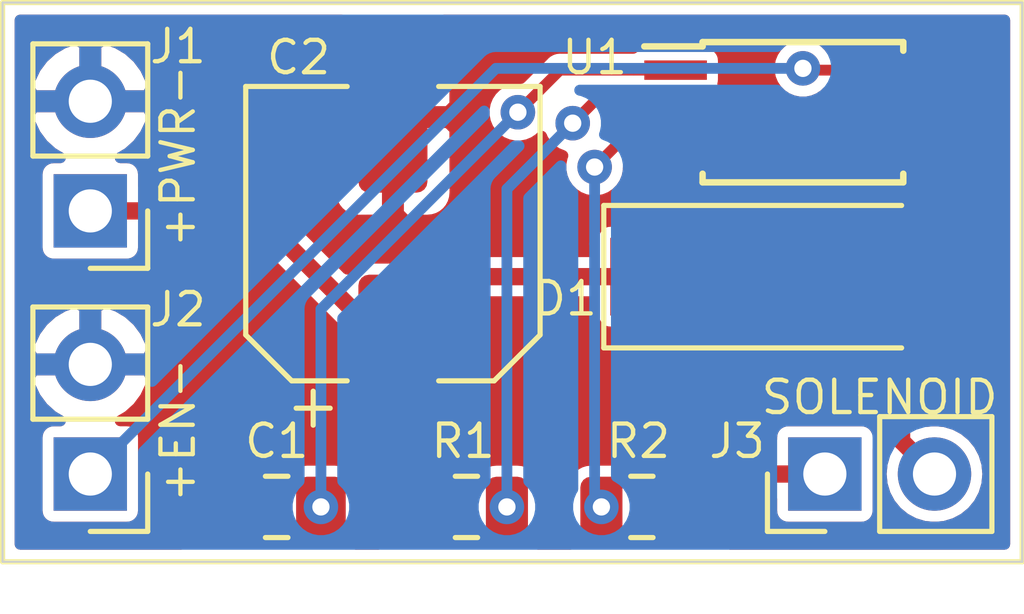
<source format=kicad_pcb>
(kicad_pcb (version 20171130) (host pcbnew "(5.1.4)-1")

  (general
    (thickness 1.6)
    (drawings 8)
    (tracks 42)
    (zones 0)
    (modules 9)
    (nets 8)
  )

  (page A4)
  (layers
    (0 F.Cu signal)
    (31 B.Cu signal)
    (32 B.Adhes user)
    (33 F.Adhes user)
    (34 B.Paste user)
    (35 F.Paste user)
    (36 B.SilkS user)
    (37 F.SilkS user)
    (38 B.Mask user)
    (39 F.Mask user)
    (40 Dwgs.User user)
    (41 Cmts.User user)
    (42 Eco1.User user)
    (43 Eco2.User user)
    (44 Edge.Cuts user)
    (45 Margin user)
    (46 B.CrtYd user)
    (47 F.CrtYd user)
    (48 B.Fab user)
    (49 F.Fab user)
  )

  (setup
    (last_trace_width 0.25)
    (user_trace_width 0.35)
    (user_trace_width 0.4)
    (user_trace_width 0.5)
    (user_trace_width 0.75)
    (user_trace_width 1)
    (trace_clearance 0.2)
    (zone_clearance 0.254)
    (zone_45_only no)
    (trace_min 0.2)
    (via_size 0.8)
    (via_drill 0.4)
    (via_min_size 0.4)
    (via_min_drill 0.3)
    (uvia_size 0.3)
    (uvia_drill 0.1)
    (uvias_allowed no)
    (uvia_min_size 0.2)
    (uvia_min_drill 0.1)
    (edge_width 0.05)
    (segment_width 0.2)
    (pcb_text_width 0.3)
    (pcb_text_size 1.5 1.5)
    (mod_edge_width 0.12)
    (mod_text_size 1 1)
    (mod_text_width 0.15)
    (pad_size 1.524 1.524)
    (pad_drill 0.762)
    (pad_to_mask_clearance 0.051)
    (solder_mask_min_width 0.25)
    (aux_axis_origin 0 0)
    (visible_elements 7FFFFFFF)
    (pcbplotparams
      (layerselection 0x010f0_ffffffff)
      (usegerberextensions true)
      (usegerberattributes false)
      (usegerberadvancedattributes false)
      (creategerberjobfile false)
      (excludeedgelayer true)
      (linewidth 0.100000)
      (plotframeref false)
      (viasonmask false)
      (mode 1)
      (useauxorigin false)
      (hpglpennumber 1)
      (hpglpenspeed 20)
      (hpglpendiameter 15.000000)
      (psnegative false)
      (psa4output false)
      (plotreference true)
      (plotvalue true)
      (plotinvisibletext false)
      (padsonsilk false)
      (subtractmaskfromsilk false)
      (outputformat 1)
      (mirror false)
      (drillshape 0)
      (scaleselection 1)
      (outputdirectory "gerber/"))
  )

  (net 0 "")
  (net 1 GND)
  (net 2 "Net-(C1-Pad1)")
  (net 3 "Net-(C2-Pad1)")
  (net 4 "Net-(D1-Pad2)")
  (net 5 /Enable)
  (net 6 "Net-(R1-Pad1)")
  (net 7 "Net-(R2-Pad1)")

  (net_class Default "This is the default net class."
    (clearance 0.2)
    (trace_width 0.25)
    (via_dia 0.8)
    (via_drill 0.4)
    (uvia_dia 0.3)
    (uvia_drill 0.1)
    (add_net /Enable)
    (add_net GND)
    (add_net "Net-(C1-Pad1)")
    (add_net "Net-(C2-Pad1)")
    (add_net "Net-(D1-Pad2)")
    (add_net "Net-(R1-Pad1)")
    (add_net "Net-(R2-Pad1)")
  )

  (module Package_SO:TSSOP-8_4.4x3mm_P0.65mm (layer F.Cu) (tedit 5A02F25C) (tstamp 5E6EBC92)
    (at 152.654 99.314)
    (descr "8-Lead Plastic Thin Shrink Small Outline (ST)-4.4 mm Body [TSSOP] (see Microchip Packaging Specification 00000049BS.pdf)")
    (tags "SSOP 0.65")
    (path /5E545EF0)
    (attr smd)
    (fp_text reference U1 (at -4.826 -1.27 180) (layer F.SilkS)
      (effects (font (size 0.75 0.75) (thickness 0.1)))
    )
    (fp_text value drv120 (at 0 3.4) (layer F.Fab)
      (effects (font (size 1 1) (thickness 0.15)))
    )
    (fp_text user %R (at 0 0) (layer F.Fab)
      (effects (font (size 0.98 0.98) (thickness 0.15)))
    )
    (fp_line (start -2.325 -1.525) (end -3.675 -1.525) (layer F.SilkS) (width 0.15))
    (fp_line (start -2.325 1.625) (end 2.325 1.625) (layer F.SilkS) (width 0.15))
    (fp_line (start -2.325 -1.625) (end 2.325 -1.625) (layer F.SilkS) (width 0.15))
    (fp_line (start -2.325 1.625) (end -2.325 1.425) (layer F.SilkS) (width 0.15))
    (fp_line (start 2.325 1.625) (end 2.325 1.425) (layer F.SilkS) (width 0.15))
    (fp_line (start 2.325 -1.625) (end 2.325 -1.425) (layer F.SilkS) (width 0.15))
    (fp_line (start -2.325 -1.625) (end -2.325 -1.525) (layer F.SilkS) (width 0.15))
    (fp_line (start -3.95 1.8) (end 3.95 1.8) (layer F.CrtYd) (width 0.05))
    (fp_line (start -3.95 -1.8) (end 3.95 -1.8) (layer F.CrtYd) (width 0.05))
    (fp_line (start 3.95 -1.8) (end 3.95 1.8) (layer F.CrtYd) (width 0.05))
    (fp_line (start -3.95 -1.8) (end -3.95 1.8) (layer F.CrtYd) (width 0.05))
    (fp_line (start -2.2 -0.5) (end -1.2 -1.5) (layer F.Fab) (width 0.15))
    (fp_line (start -2.2 1.5) (end -2.2 -0.5) (layer F.Fab) (width 0.15))
    (fp_line (start 2.2 1.5) (end -2.2 1.5) (layer F.Fab) (width 0.15))
    (fp_line (start 2.2 -1.5) (end 2.2 1.5) (layer F.Fab) (width 0.15))
    (fp_line (start -1.2 -1.5) (end 2.2 -1.5) (layer F.Fab) (width 0.15))
    (pad 8 smd rect (at 2.95 -0.975) (size 1.45 0.45) (layers F.Cu F.Paste F.Mask)
      (net 5 /Enable))
    (pad 7 smd rect (at 2.95 -0.325) (size 1.45 0.45) (layers F.Cu F.Paste F.Mask)
      (net 4 "Net-(D1-Pad2)"))
    (pad 6 smd rect (at 2.95 0.325) (size 1.45 0.45) (layers F.Cu F.Paste F.Mask))
    (pad 5 smd rect (at 2.95 0.975) (size 1.45 0.45) (layers F.Cu F.Paste F.Mask)
      (net 1 GND))
    (pad 4 smd rect (at -2.95 0.975) (size 1.45 0.45) (layers F.Cu F.Paste F.Mask)
      (net 3 "Net-(C2-Pad1)"))
    (pad 3 smd rect (at -2.95 0.325) (size 1.45 0.45) (layers F.Cu F.Paste F.Mask)
      (net 7 "Net-(R2-Pad1)"))
    (pad 2 smd rect (at -2.95 -0.325) (size 1.45 0.45) (layers F.Cu F.Paste F.Mask)
      (net 6 "Net-(R1-Pad1)"))
    (pad 1 smd rect (at -2.95 -0.975) (size 1.45 0.45) (layers F.Cu F.Paste F.Mask)
      (net 2 "Net-(C1-Pad1)"))
    (model ${KISYS3DMOD}/Package_SO.3dshapes/TSSOP-8_4.4x3mm_P0.65mm.wrl
      (at (xyz 0 0 0))
      (scale (xyz 1 1 1))
      (rotate (xyz 0 0 0))
    )
  )

  (module Capacitor_SMD:C_0805_2012Metric_Pad1.15x1.40mm_HandSolder (layer F.Cu) (tedit 5B36C52B) (tstamp 5E6EC64B)
    (at 140.462 108.458 180)
    (descr "Capacitor SMD 0805 (2012 Metric), square (rectangular) end terminal, IPC_7351 nominal with elongated pad for handsoldering. (Body size source: https://docs.google.com/spreadsheets/d/1BsfQQcO9C6DZCsRaXUlFlo91Tg2WpOkGARC1WS5S8t0/edit?usp=sharing), generated with kicad-footprint-generator")
    (tags "capacitor handsolder")
    (path /5E54779D)
    (attr smd)
    (fp_text reference C1 (at 0 1.524) (layer F.SilkS)
      (effects (font (size 0.75 0.75) (thickness 0.1)))
    )
    (fp_text value 1u (at 0 1.65) (layer F.Fab)
      (effects (font (size 1 1) (thickness 0.15)))
    )
    (fp_text user %R (at 0 0) (layer F.Fab)
      (effects (font (size 0.5 0.5) (thickness 0.08)))
    )
    (fp_line (start 1.85 0.95) (end -1.85 0.95) (layer F.CrtYd) (width 0.05))
    (fp_line (start 1.85 -0.95) (end 1.85 0.95) (layer F.CrtYd) (width 0.05))
    (fp_line (start -1.85 -0.95) (end 1.85 -0.95) (layer F.CrtYd) (width 0.05))
    (fp_line (start -1.85 0.95) (end -1.85 -0.95) (layer F.CrtYd) (width 0.05))
    (fp_line (start -0.261252 0.71) (end 0.261252 0.71) (layer F.SilkS) (width 0.12))
    (fp_line (start -0.261252 -0.71) (end 0.261252 -0.71) (layer F.SilkS) (width 0.12))
    (fp_line (start 1 0.6) (end -1 0.6) (layer F.Fab) (width 0.1))
    (fp_line (start 1 -0.6) (end 1 0.6) (layer F.Fab) (width 0.1))
    (fp_line (start -1 -0.6) (end 1 -0.6) (layer F.Fab) (width 0.1))
    (fp_line (start -1 0.6) (end -1 -0.6) (layer F.Fab) (width 0.1))
    (pad 2 smd roundrect (at 1.025 0 180) (size 1.15 1.4) (layers F.Cu F.Paste F.Mask) (roundrect_rratio 0.217391)
      (net 1 GND))
    (pad 1 smd roundrect (at -1.025 0 180) (size 1.15 1.4) (layers F.Cu F.Paste F.Mask) (roundrect_rratio 0.217391)
      (net 2 "Net-(C1-Pad1)"))
    (model ${KISYS3DMOD}/Capacitor_SMD.3dshapes/C_0805_2012Metric.wrl
      (at (xyz 0 0 0))
      (scale (xyz 1 1 1))
      (rotate (xyz 0 0 0))
    )
  )

  (module Resistor_SMD:R_0805_2012Metric (layer F.Cu) (tedit 5B36C52B) (tstamp 5E6EBC70)
    (at 148.9225 108.458)
    (descr "Resistor SMD 0805 (2012 Metric), square (rectangular) end terminal, IPC_7351 nominal, (Body size source: https://docs.google.com/spreadsheets/d/1BsfQQcO9C6DZCsRaXUlFlo91Tg2WpOkGARC1WS5S8t0/edit?usp=sharing), generated with kicad-footprint-generator")
    (tags resistor)
    (path /5E5483C4)
    (attr smd)
    (fp_text reference R2 (at -0.0785 -1.524) (layer F.SilkS)
      (effects (font (size 0.75 0.75) (thickness 0.1)))
    )
    (fp_text value 0 (at 0 1.65) (layer F.Fab)
      (effects (font (size 1 1) (thickness 0.15)))
    )
    (fp_text user %R (at 0 -0.0785) (layer F.Fab)
      (effects (font (size 0.5 0.5) (thickness 0.08)))
    )
    (fp_line (start 1.68 0.95) (end -1.68 0.95) (layer F.CrtYd) (width 0.05))
    (fp_line (start 1.68 -0.95) (end 1.68 0.95) (layer F.CrtYd) (width 0.05))
    (fp_line (start -1.68 -0.95) (end 1.68 -0.95) (layer F.CrtYd) (width 0.05))
    (fp_line (start -1.68 0.95) (end -1.68 -0.95) (layer F.CrtYd) (width 0.05))
    (fp_line (start -0.258578 0.71) (end 0.258578 0.71) (layer F.SilkS) (width 0.12))
    (fp_line (start -0.258578 -0.71) (end 0.258578 -0.71) (layer F.SilkS) (width 0.12))
    (fp_line (start 1 0.6) (end -1 0.6) (layer F.Fab) (width 0.1))
    (fp_line (start 1 -0.6) (end 1 0.6) (layer F.Fab) (width 0.1))
    (fp_line (start -1 -0.6) (end 1 -0.6) (layer F.Fab) (width 0.1))
    (fp_line (start -1 0.6) (end -1 -0.6) (layer F.Fab) (width 0.1))
    (pad 2 smd roundrect (at 0.9375 0) (size 0.975 1.4) (layers F.Cu F.Paste F.Mask) (roundrect_rratio 0.25)
      (net 1 GND))
    (pad 1 smd roundrect (at -0.9375 0) (size 0.975 1.4) (layers F.Cu F.Paste F.Mask) (roundrect_rratio 0.25)
      (net 7 "Net-(R2-Pad1)"))
    (model ${KISYS3DMOD}/Resistor_SMD.3dshapes/R_0805_2012Metric.wrl
      (at (xyz 0 0 0))
      (scale (xyz 1 1 1))
      (rotate (xyz 0 0 0))
    )
  )

  (module Resistor_SMD:R_0805_2012Metric (layer F.Cu) (tedit 5B36C52B) (tstamp 5E6EBC5F)
    (at 144.8585 108.458 180)
    (descr "Resistor SMD 0805 (2012 Metric), square (rectangular) end terminal, IPC_7351 nominal, (Body size source: https://docs.google.com/spreadsheets/d/1BsfQQcO9C6DZCsRaXUlFlo91Tg2WpOkGARC1WS5S8t0/edit?usp=sharing), generated with kicad-footprint-generator")
    (tags resistor)
    (path /5E547E93)
    (attr smd)
    (fp_text reference R1 (at 0.0785 1.524) (layer F.SilkS)
      (effects (font (size 0.75 0.75) (thickness 0.1)))
    )
    (fp_text value 0 (at 0 1.65) (layer F.Fab)
      (effects (font (size 1 1) (thickness 0.15)))
    )
    (fp_text user %R (at 0 0) (layer F.Fab)
      (effects (font (size 0.5 0.5) (thickness 0.08)))
    )
    (fp_line (start 1.68 0.95) (end -1.68 0.95) (layer F.CrtYd) (width 0.05))
    (fp_line (start 1.68 -0.95) (end 1.68 0.95) (layer F.CrtYd) (width 0.05))
    (fp_line (start -1.68 -0.95) (end 1.68 -0.95) (layer F.CrtYd) (width 0.05))
    (fp_line (start -1.68 0.95) (end -1.68 -0.95) (layer F.CrtYd) (width 0.05))
    (fp_line (start -0.258578 0.71) (end 0.258578 0.71) (layer F.SilkS) (width 0.12))
    (fp_line (start -0.258578 -0.71) (end 0.258578 -0.71) (layer F.SilkS) (width 0.12))
    (fp_line (start 1 0.6) (end -1 0.6) (layer F.Fab) (width 0.1))
    (fp_line (start 1 -0.6) (end 1 0.6) (layer F.Fab) (width 0.1))
    (fp_line (start -1 -0.6) (end 1 -0.6) (layer F.Fab) (width 0.1))
    (fp_line (start -1 0.6) (end -1 -0.6) (layer F.Fab) (width 0.1))
    (pad 2 smd roundrect (at 0.9375 0 180) (size 0.975 1.4) (layers F.Cu F.Paste F.Mask) (roundrect_rratio 0.25)
      (net 1 GND))
    (pad 1 smd roundrect (at -0.9375 0 180) (size 0.975 1.4) (layers F.Cu F.Paste F.Mask) (roundrect_rratio 0.25)
      (net 6 "Net-(R1-Pad1)"))
    (model ${KISYS3DMOD}/Resistor_SMD.3dshapes/R_0805_2012Metric.wrl
      (at (xyz 0 0 0))
      (scale (xyz 1 1 1))
      (rotate (xyz 0 0 0))
    )
  )

  (module Connector_PinHeader_2.54mm:PinHeader_1x02_P2.54mm_Vertical (layer F.Cu) (tedit 59FED5CC) (tstamp 5E6EBC4E)
    (at 153.162 107.696 90)
    (descr "Through hole straight pin header, 1x02, 2.54mm pitch, single row")
    (tags "Through hole pin header THT 1x02 2.54mm single row")
    (path /5E549C14)
    (fp_text reference J3 (at 0.762 -2.032 180) (layer F.SilkS)
      (effects (font (size 0.75 0.75) (thickness 0.1)))
    )
    (fp_text value SOLENOID (at 1.778 1.27 180) (layer F.SilkS)
      (effects (font (size 0.75 0.75) (thickness 0.1)))
    )
    (fp_text user %R (at 0 1.27) (layer F.Fab)
      (effects (font (size 1 1) (thickness 0.15)))
    )
    (fp_line (start 1.8 -1.8) (end -1.8 -1.8) (layer F.CrtYd) (width 0.05))
    (fp_line (start 1.8 4.35) (end 1.8 -1.8) (layer F.CrtYd) (width 0.05))
    (fp_line (start -1.8 4.35) (end 1.8 4.35) (layer F.CrtYd) (width 0.05))
    (fp_line (start -1.8 -1.8) (end -1.8 4.35) (layer F.CrtYd) (width 0.05))
    (fp_line (start -1.33 -1.33) (end 0 -1.33) (layer F.SilkS) (width 0.12))
    (fp_line (start -1.33 0) (end -1.33 -1.33) (layer F.SilkS) (width 0.12))
    (fp_line (start -1.33 1.27) (end 1.33 1.27) (layer F.SilkS) (width 0.12))
    (fp_line (start 1.33 1.27) (end 1.33 3.87) (layer F.SilkS) (width 0.12))
    (fp_line (start -1.33 1.27) (end -1.33 3.87) (layer F.SilkS) (width 0.12))
    (fp_line (start -1.33 3.87) (end 1.33 3.87) (layer F.SilkS) (width 0.12))
    (fp_line (start -1.27 -0.635) (end -0.635 -1.27) (layer F.Fab) (width 0.1))
    (fp_line (start -1.27 3.81) (end -1.27 -0.635) (layer F.Fab) (width 0.1))
    (fp_line (start 1.27 3.81) (end -1.27 3.81) (layer F.Fab) (width 0.1))
    (fp_line (start 1.27 -1.27) (end 1.27 3.81) (layer F.Fab) (width 0.1))
    (fp_line (start -0.635 -1.27) (end 1.27 -1.27) (layer F.Fab) (width 0.1))
    (pad 2 thru_hole oval (at 0 2.54 90) (size 1.7 1.7) (drill 1) (layers *.Cu *.Mask)
      (net 4 "Net-(D1-Pad2)"))
    (pad 1 thru_hole rect (at 0 0 90) (size 1.7 1.7) (drill 1) (layers *.Cu *.Mask)
      (net 3 "Net-(C2-Pad1)"))
    (model ${KISYS3DMOD}/Connector_PinHeader_2.54mm.3dshapes/PinHeader_1x02_P2.54mm_Vertical.wrl
      (at (xyz 0 0 0))
      (scale (xyz 1 1 1))
      (rotate (xyz 0 0 0))
    )
  )

  (module Connector_PinHeader_2.54mm:PinHeader_1x02_P2.54mm_Vertical (layer F.Cu) (tedit 59FED5CC) (tstamp 5E6EBC38)
    (at 136.144 107.696 180)
    (descr "Through hole straight pin header, 1x02, 2.54mm pitch, single row")
    (tags "Through hole pin header THT 1x02 2.54mm single row")
    (path /5E5522D2)
    (fp_text reference J2 (at -2.032 3.81 180) (layer F.SilkS)
      (effects (font (size 0.75 0.75) (thickness 0.1)))
    )
    (fp_text value +EN- (at -2.032 1.016 90) (layer F.SilkS)
      (effects (font (size 0.75 0.75) (thickness 0.1)))
    )
    (fp_text user %R (at 0 1.27 90) (layer F.Fab)
      (effects (font (size 1 1) (thickness 0.15)))
    )
    (fp_line (start 1.8 -1.8) (end -1.8 -1.8) (layer F.CrtYd) (width 0.05))
    (fp_line (start 1.8 4.35) (end 1.8 -1.8) (layer F.CrtYd) (width 0.05))
    (fp_line (start -1.8 4.35) (end 1.8 4.35) (layer F.CrtYd) (width 0.05))
    (fp_line (start -1.8 -1.8) (end -1.8 4.35) (layer F.CrtYd) (width 0.05))
    (fp_line (start -1.33 -1.33) (end 0 -1.33) (layer F.SilkS) (width 0.12))
    (fp_line (start -1.33 0) (end -1.33 -1.33) (layer F.SilkS) (width 0.12))
    (fp_line (start -1.33 1.27) (end 1.33 1.27) (layer F.SilkS) (width 0.12))
    (fp_line (start 1.33 1.27) (end 1.33 3.87) (layer F.SilkS) (width 0.12))
    (fp_line (start -1.33 1.27) (end -1.33 3.87) (layer F.SilkS) (width 0.12))
    (fp_line (start -1.33 3.87) (end 1.33 3.87) (layer F.SilkS) (width 0.12))
    (fp_line (start -1.27 -0.635) (end -0.635 -1.27) (layer F.Fab) (width 0.1))
    (fp_line (start -1.27 3.81) (end -1.27 -0.635) (layer F.Fab) (width 0.1))
    (fp_line (start 1.27 3.81) (end -1.27 3.81) (layer F.Fab) (width 0.1))
    (fp_line (start 1.27 -1.27) (end 1.27 3.81) (layer F.Fab) (width 0.1))
    (fp_line (start -0.635 -1.27) (end 1.27 -1.27) (layer F.Fab) (width 0.1))
    (pad 2 thru_hole oval (at 0 2.54 180) (size 1.7 1.7) (drill 1) (layers *.Cu *.Mask)
      (net 1 GND))
    (pad 1 thru_hole rect (at 0 0 180) (size 1.7 1.7) (drill 1) (layers *.Cu *.Mask)
      (net 5 /Enable))
    (model ${KISYS3DMOD}/Connector_PinHeader_2.54mm.3dshapes/PinHeader_1x02_P2.54mm_Vertical.wrl
      (at (xyz 0 0 0))
      (scale (xyz 1 1 1))
      (rotate (xyz 0 0 0))
    )
  )

  (module Connector_PinHeader_2.54mm:PinHeader_1x02_P2.54mm_Vertical (layer F.Cu) (tedit 59FED5CC) (tstamp 5E6EBC22)
    (at 136.144 101.6 180)
    (descr "Through hole straight pin header, 1x02, 2.54mm pitch, single row")
    (tags "Through hole pin header THT 1x02 2.54mm single row")
    (path /5E551684)
    (fp_text reference J1 (at -2.032 3.81 180) (layer F.SilkS)
      (effects (font (size 0.75 0.75) (thickness 0.1)))
    )
    (fp_text value +PWR- (at -2.032 1.27 90) (layer F.SilkS)
      (effects (font (size 0.75 0.75) (thickness 0.1)))
    )
    (fp_text user %R (at 0 1.27 90) (layer F.Fab)
      (effects (font (size 1 1) (thickness 0.15)))
    )
    (fp_line (start 1.8 -1.8) (end -1.8 -1.8) (layer F.CrtYd) (width 0.05))
    (fp_line (start 1.8 4.35) (end 1.8 -1.8) (layer F.CrtYd) (width 0.05))
    (fp_line (start -1.8 4.35) (end 1.8 4.35) (layer F.CrtYd) (width 0.05))
    (fp_line (start -1.8 -1.8) (end -1.8 4.35) (layer F.CrtYd) (width 0.05))
    (fp_line (start -1.33 -1.33) (end 0 -1.33) (layer F.SilkS) (width 0.12))
    (fp_line (start -1.33 0) (end -1.33 -1.33) (layer F.SilkS) (width 0.12))
    (fp_line (start -1.33 1.27) (end 1.33 1.27) (layer F.SilkS) (width 0.12))
    (fp_line (start 1.33 1.27) (end 1.33 3.87) (layer F.SilkS) (width 0.12))
    (fp_line (start -1.33 1.27) (end -1.33 3.87) (layer F.SilkS) (width 0.12))
    (fp_line (start -1.33 3.87) (end 1.33 3.87) (layer F.SilkS) (width 0.12))
    (fp_line (start -1.27 -0.635) (end -0.635 -1.27) (layer F.Fab) (width 0.1))
    (fp_line (start -1.27 3.81) (end -1.27 -0.635) (layer F.Fab) (width 0.1))
    (fp_line (start 1.27 3.81) (end -1.27 3.81) (layer F.Fab) (width 0.1))
    (fp_line (start 1.27 -1.27) (end 1.27 3.81) (layer F.Fab) (width 0.1))
    (fp_line (start -0.635 -1.27) (end 1.27 -1.27) (layer F.Fab) (width 0.1))
    (pad 2 thru_hole oval (at 0 2.54 180) (size 1.7 1.7) (drill 1) (layers *.Cu *.Mask)
      (net 1 GND))
    (pad 1 thru_hole rect (at 0 0 180) (size 1.7 1.7) (drill 1) (layers *.Cu *.Mask)
      (net 3 "Net-(C2-Pad1)"))
    (model ${KISYS3DMOD}/Connector_PinHeader_2.54mm.3dshapes/PinHeader_1x02_P2.54mm_Vertical.wrl
      (at (xyz 0 0 0))
      (scale (xyz 1 1 1))
      (rotate (xyz 0 0 0))
    )
  )

  (module Diode_SMD:D_SMA_Handsoldering (layer F.Cu) (tedit 58643398) (tstamp 5E6EDF69)
    (at 152.44 103.124)
    (descr "Diode SMA (DO-214AC) Handsoldering")
    (tags "Diode SMA (DO-214AC) Handsoldering")
    (path /5E546F55)
    (attr smd)
    (fp_text reference D1 (at -5.294 0.508 180) (layer F.SilkS)
      (effects (font (size 0.75 0.75) (thickness 0.1)))
    )
    (fp_text value D (at 0 2.6) (layer F.Fab)
      (effects (font (size 1 1) (thickness 0.15)))
    )
    (fp_line (start -4.4 -1.65) (end 2.5 -1.65) (layer F.SilkS) (width 0.12))
    (fp_line (start -4.4 1.65) (end 2.5 1.65) (layer F.SilkS) (width 0.12))
    (fp_line (start -0.64944 0.00102) (end 0.50118 -0.79908) (layer F.Fab) (width 0.1))
    (fp_line (start -0.64944 0.00102) (end 0.50118 0.75032) (layer F.Fab) (width 0.1))
    (fp_line (start 0.50118 0.75032) (end 0.50118 -0.79908) (layer F.Fab) (width 0.1))
    (fp_line (start -0.64944 -0.79908) (end -0.64944 0.80112) (layer F.Fab) (width 0.1))
    (fp_line (start 0.50118 0.00102) (end 1.4994 0.00102) (layer F.Fab) (width 0.1))
    (fp_line (start -0.64944 0.00102) (end -1.55114 0.00102) (layer F.Fab) (width 0.1))
    (fp_line (start -4.5 1.75) (end -4.5 -1.75) (layer F.CrtYd) (width 0.05))
    (fp_line (start 4.5 1.75) (end -4.5 1.75) (layer F.CrtYd) (width 0.05))
    (fp_line (start 4.5 -1.75) (end 4.5 1.75) (layer F.CrtYd) (width 0.05))
    (fp_line (start -4.5 -1.75) (end 4.5 -1.75) (layer F.CrtYd) (width 0.05))
    (fp_line (start 2.3 -1.5) (end -2.3 -1.5) (layer F.Fab) (width 0.1))
    (fp_line (start 2.3 -1.5) (end 2.3 1.5) (layer F.Fab) (width 0.1))
    (fp_line (start -2.3 1.5) (end -2.3 -1.5) (layer F.Fab) (width 0.1))
    (fp_line (start 2.3 1.5) (end -2.3 1.5) (layer F.Fab) (width 0.1))
    (fp_line (start -4.4 -1.65) (end -4.4 1.65) (layer F.SilkS) (width 0.12))
    (fp_text user %R (at 0 -2.5) (layer F.Fab)
      (effects (font (size 1 1) (thickness 0.15)))
    )
    (pad 2 smd rect (at 2.5 0) (size 3.5 1.8) (layers F.Cu F.Paste F.Mask)
      (net 4 "Net-(D1-Pad2)"))
    (pad 1 smd rect (at -2.5 0) (size 3.5 1.8) (layers F.Cu F.Paste F.Mask)
      (net 3 "Net-(C2-Pad1)"))
    (model ${KISYS3DMOD}/Diode_SMD.3dshapes/D_SMA.wrl
      (at (xyz 0 0 0))
      (scale (xyz 1 1 1))
      (rotate (xyz 0 0 0))
    )
  )

  (module Capacitor_SMD:CP_Elec_6.3x5.8 (layer F.Cu) (tedit 5BCA39D0) (tstamp 5E6EBBF4)
    (at 143.155001 102.127001 90)
    (descr "SMD capacitor, aluminum electrolytic, Nichicon, 6.3x5.8mm")
    (tags "capacitor electrolytic")
    (path /5E55F875)
    (attr smd)
    (fp_text reference C2 (at 4.083001 -2.185001 180) (layer F.SilkS)
      (effects (font (size 0.75 0.75) (thickness 0.1)))
    )
    (fp_text value 47u (at 0 4.35 90) (layer F.Fab)
      (effects (font (size 1 1) (thickness 0.15)))
    )
    (fp_text user %R (at 0 0 90) (layer F.Fab)
      (effects (font (size 1 1) (thickness 0.15)))
    )
    (fp_line (start -4.7 1.05) (end -3.55 1.05) (layer F.CrtYd) (width 0.05))
    (fp_line (start -4.7 -1.05) (end -4.7 1.05) (layer F.CrtYd) (width 0.05))
    (fp_line (start -3.55 -1.05) (end -4.7 -1.05) (layer F.CrtYd) (width 0.05))
    (fp_line (start -3.55 1.05) (end -3.55 2.4) (layer F.CrtYd) (width 0.05))
    (fp_line (start -3.55 -2.4) (end -3.55 -1.05) (layer F.CrtYd) (width 0.05))
    (fp_line (start -3.55 -2.4) (end -2.4 -3.55) (layer F.CrtYd) (width 0.05))
    (fp_line (start -3.55 2.4) (end -2.4 3.55) (layer F.CrtYd) (width 0.05))
    (fp_line (start -2.4 -3.55) (end 3.55 -3.55) (layer F.CrtYd) (width 0.05))
    (fp_line (start -2.4 3.55) (end 3.55 3.55) (layer F.CrtYd) (width 0.05))
    (fp_line (start 3.55 1.05) (end 3.55 3.55) (layer F.CrtYd) (width 0.05))
    (fp_line (start 4.7 1.05) (end 3.55 1.05) (layer F.CrtYd) (width 0.05))
    (fp_line (start 4.7 -1.05) (end 4.7 1.05) (layer F.CrtYd) (width 0.05))
    (fp_line (start 3.55 -1.05) (end 4.7 -1.05) (layer F.CrtYd) (width 0.05))
    (fp_line (start 3.55 -3.55) (end 3.55 -1.05) (layer F.CrtYd) (width 0.05))
    (fp_line (start -4.04375 -2.24125) (end -4.04375 -1.45375) (layer F.SilkS) (width 0.12))
    (fp_line (start -4.4375 -1.8475) (end -3.65 -1.8475) (layer F.SilkS) (width 0.12))
    (fp_line (start -3.41 2.345563) (end -2.345563 3.41) (layer F.SilkS) (width 0.12))
    (fp_line (start -3.41 -2.345563) (end -2.345563 -3.41) (layer F.SilkS) (width 0.12))
    (fp_line (start -3.41 -2.345563) (end -3.41 -1.06) (layer F.SilkS) (width 0.12))
    (fp_line (start -3.41 2.345563) (end -3.41 1.06) (layer F.SilkS) (width 0.12))
    (fp_line (start -2.345563 3.41) (end 3.41 3.41) (layer F.SilkS) (width 0.12))
    (fp_line (start -2.345563 -3.41) (end 3.41 -3.41) (layer F.SilkS) (width 0.12))
    (fp_line (start 3.41 -3.41) (end 3.41 -1.06) (layer F.SilkS) (width 0.12))
    (fp_line (start 3.41 3.41) (end 3.41 1.06) (layer F.SilkS) (width 0.12))
    (fp_line (start -2.389838 -1.645) (end -2.389838 -1.015) (layer F.Fab) (width 0.1))
    (fp_line (start -2.704838 -1.33) (end -2.074838 -1.33) (layer F.Fab) (width 0.1))
    (fp_line (start -3.3 2.3) (end -2.3 3.3) (layer F.Fab) (width 0.1))
    (fp_line (start -3.3 -2.3) (end -2.3 -3.3) (layer F.Fab) (width 0.1))
    (fp_line (start -3.3 -2.3) (end -3.3 2.3) (layer F.Fab) (width 0.1))
    (fp_line (start -2.3 3.3) (end 3.3 3.3) (layer F.Fab) (width 0.1))
    (fp_line (start -2.3 -3.3) (end 3.3 -3.3) (layer F.Fab) (width 0.1))
    (fp_line (start 3.3 -3.3) (end 3.3 3.3) (layer F.Fab) (width 0.1))
    (fp_circle (center 0 0) (end 3.15 0) (layer F.Fab) (width 0.1))
    (pad 2 smd roundrect (at 2.7 0 90) (size 3.5 1.6) (layers F.Cu F.Paste F.Mask) (roundrect_rratio 0.15625)
      (net 1 GND))
    (pad 1 smd roundrect (at -2.7 0 90) (size 3.5 1.6) (layers F.Cu F.Paste F.Mask) (roundrect_rratio 0.15625)
      (net 3 "Net-(C2-Pad1)"))
    (model ${KISYS3DMOD}/Capacitor_SMD.3dshapes/CP_Elec_6.3x5.8.wrl
      (at (xyz 0 0 0))
      (scale (xyz 1 1 1))
      (rotate (xyz 0 0 0))
    )
  )

  (gr_line (start 134.112 109.728) (end 134.112 96.774) (layer Edge.Cuts) (width 0.05) (tstamp 5E6EDA27))
  (gr_line (start 157.734 109.728) (end 134.112 109.728) (layer Edge.Cuts) (width 0.05))
  (gr_line (start 157.734 96.774) (end 157.734 109.728) (layer Edge.Cuts) (width 0.05))
  (gr_line (start 134.112 96.774) (end 157.734 96.774) (layer Edge.Cuts) (width 0.05))
  (gr_line (start 134.112 109.728) (end 134.112 96.774) (layer F.SilkS) (width 0.12) (tstamp 5E6ED9C2))
  (gr_line (start 157.734 109.728) (end 134.112 109.728) (layer F.SilkS) (width 0.12))
  (gr_line (start 157.734 96.774) (end 157.734 109.728) (layer F.SilkS) (width 0.12))
  (gr_line (start 134.112 96.774) (end 157.734 96.774) (layer F.SilkS) (width 0.12))

  (segment (start 149.704 98.339) (end 148.729 98.339) (width 0.25) (layer F.Cu) (net 2))
  (via (at 141.487 108.458) (size 0.8) (drill 0.4) (layers F.Cu B.Cu) (net 2))
  (via (at 146.05 99.314) (size 0.8) (drill 0.4) (layers F.Cu B.Cu) (net 2))
  (segment (start 148.729 98.339) (end 147.025 98.339) (width 0.25) (layer F.Cu) (net 2))
  (segment (start 147.025 98.339) (end 146.05 99.314) (width 0.25) (layer F.Cu) (net 2))
  (segment (start 141.487 103.877) (end 141.487 108.458) (width 0.25) (layer B.Cu) (net 2))
  (segment (start 146.05 99.314) (end 141.487 103.877) (width 0.25) (layer B.Cu) (net 2))
  (segment (start 149.704 102.888) (end 149.94 103.124) (width 0.4) (layer F.Cu) (net 3))
  (segment (start 149.704 100.289) (end 149.704 102.888) (width 0.4) (layer F.Cu) (net 3))
  (segment (start 151.912 107.696) (end 153.162 107.696) (width 0.4) (layer F.Cu) (net 3))
  (segment (start 149.94 105.724) (end 151.912 107.696) (width 0.4) (layer F.Cu) (net 3))
  (segment (start 149.94 103.124) (end 149.94 105.724) (width 0.4) (layer F.Cu) (net 3))
  (segment (start 144.858002 103.124) (end 143.155001 104.827001) (width 0.4) (layer F.Cu) (net 3))
  (segment (start 149.94 103.124) (end 144.858002 103.124) (width 0.4) (layer F.Cu) (net 3))
  (segment (start 139.928 101.6) (end 143.155001 104.827001) (width 0.4) (layer F.Cu) (net 3))
  (segment (start 136.144 101.6) (end 139.928 101.6) (width 0.4) (layer F.Cu) (net 3))
  (segment (start 154.94 101.824) (end 154.94 103.124) (width 0.4) (layer F.Cu) (net 4))
  (segment (start 154.478999 101.362999) (end 154.94 101.824) (width 0.4) (layer F.Cu) (net 4))
  (segment (start 154.478999 99.093999) (end 154.478999 101.362999) (width 0.4) (layer F.Cu) (net 4))
  (segment (start 154.583998 98.989) (end 154.478999 99.093999) (width 0.4) (layer F.Cu) (net 4))
  (segment (start 155.604 98.989) (end 154.583998 98.989) (width 0.4) (layer F.Cu) (net 4))
  (segment (start 154.94 106.934) (end 155.702 107.696) (width 0.4) (layer F.Cu) (net 4))
  (segment (start 154.94 103.124) (end 154.94 106.934) (width 0.4) (layer F.Cu) (net 4))
  (via (at 152.654 98.298) (size 0.8) (drill 0.4) (layers F.Cu B.Cu) (net 5))
  (segment (start 155.604 98.339) (end 152.695 98.339) (width 0.25) (layer F.Cu) (net 5))
  (segment (start 152.695 98.339) (end 152.654 98.298) (width 0.25) (layer F.Cu) (net 5))
  (segment (start 145.542 98.298) (end 136.144 107.696) (width 0.25) (layer B.Cu) (net 5))
  (segment (start 152.654 98.298) (end 145.542 98.298) (width 0.25) (layer B.Cu) (net 5))
  (via (at 147.32 99.568) (size 0.8) (drill 0.4) (layers F.Cu B.Cu) (net 6))
  (segment (start 149.704 98.989) (end 147.899 98.989) (width 0.25) (layer F.Cu) (net 6))
  (segment (start 147.899 98.989) (end 147.32 99.568) (width 0.25) (layer F.Cu) (net 6))
  (via (at 145.796 108.458) (size 0.8) (drill 0.4) (layers F.Cu B.Cu) (net 6))
  (segment (start 147.32 99.568) (end 145.796 101.092) (width 0.25) (layer B.Cu) (net 6))
  (segment (start 145.796 101.092) (end 145.796 108.458) (width 0.25) (layer B.Cu) (net 6))
  (segment (start 149.704 99.639) (end 148.729 99.639) (width 0.25) (layer F.Cu) (net 7))
  (via (at 147.985 108.458) (size 0.8) (drill 0.4) (layers F.Cu B.Cu) (net 7))
  (segment (start 147.828 102.362) (end 147.828 108.301) (width 0.25) (layer B.Cu) (net 7))
  (segment (start 147.828 108.301) (end 147.985 108.458) (width 0.25) (layer B.Cu) (net 7))
  (via (at 147.828 100.584) (size 0.8) (drill 0.4) (layers F.Cu B.Cu) (net 7))
  (segment (start 147.828 102.362) (end 147.828 100.584) (width 0.25) (layer B.Cu) (net 7))
  (segment (start 148.729 99.683) (end 148.729 99.639) (width 0.25) (layer F.Cu) (net 7))
  (segment (start 147.828 100.584) (end 148.729 99.683) (width 0.25) (layer F.Cu) (net 7))

  (zone (net 1) (net_name GND) (layer F.Cu) (tstamp 5E750290) (hatch edge 0.508)
    (connect_pads (clearance 0.254))
    (min_thickness 0.254)
    (fill yes (arc_segments 32) (thermal_gap 0.508) (thermal_bridge_width 0.508))
    (polygon
      (pts
        (xy 134.112 96.774) (xy 157.734 96.774) (xy 157.734 109.728) (xy 134.112 109.728)
      )
    )
    (filled_polygon
      (pts
        (xy 141.903816 97.225816) (xy 141.824464 97.322507) (xy 141.765499 97.432821) (xy 141.729189 97.552519) (xy 141.716929 97.677001)
        (xy 141.720001 99.141251) (xy 141.878751 99.300001) (xy 143.028001 99.300001) (xy 143.028001 99.280001) (xy 143.282001 99.280001)
        (xy 143.282001 99.300001) (xy 144.431251 99.300001) (xy 144.590001 99.141251) (xy 144.593073 97.677001) (xy 144.580813 97.552519)
        (xy 144.544503 97.432821) (xy 144.485538 97.322507) (xy 144.406186 97.225816) (xy 144.350359 97.18) (xy 157.328 97.18)
        (xy 157.328001 109.322) (xy 150.961324 109.322) (xy 150.973312 109.282482) (xy 150.985572 109.158) (xy 150.9825 108.74375)
        (xy 150.82375 108.585) (xy 149.987 108.585) (xy 149.987 108.605) (xy 149.733 108.605) (xy 149.733 108.585)
        (xy 149.713 108.585) (xy 149.713 108.331) (xy 149.733 108.331) (xy 149.733 107.28175) (xy 149.57425 107.123)
        (xy 149.3725 107.119928) (xy 149.248018 107.132188) (xy 149.12832 107.168498) (xy 149.018006 107.227463) (xy 148.921315 107.306815)
        (xy 148.841963 107.403506) (xy 148.782998 107.51382) (xy 148.746688 107.633518) (xy 148.745246 107.648155) (xy 148.671818 107.558682)
        (xy 148.576866 107.480757) (xy 148.468537 107.422854) (xy 148.350992 107.387197) (xy 148.22875 107.375157) (xy 147.74125 107.375157)
        (xy 147.619008 107.387197) (xy 147.501463 107.422854) (xy 147.393134 107.480757) (xy 147.298182 107.558682) (xy 147.220257 107.653634)
        (xy 147.162354 107.761963) (xy 147.126697 107.879508) (xy 147.114657 108.00175) (xy 147.114657 108.91425) (xy 147.126697 109.036492)
        (xy 147.162354 109.154037) (xy 147.220257 109.262366) (xy 147.269197 109.322) (xy 146.511803 109.322) (xy 146.560743 109.262366)
        (xy 146.618646 109.154037) (xy 146.654303 109.036492) (xy 146.666343 108.91425) (xy 146.666343 108.00175) (xy 146.654303 107.879508)
        (xy 146.618646 107.761963) (xy 146.560743 107.653634) (xy 146.482818 107.558682) (xy 146.387866 107.480757) (xy 146.279537 107.422854)
        (xy 146.161992 107.387197) (xy 146.03975 107.375157) (xy 145.55225 107.375157) (xy 145.430008 107.387197) (xy 145.312463 107.422854)
        (xy 145.204134 107.480757) (xy 145.109182 107.558682) (xy 145.035754 107.648155) (xy 145.034312 107.633518) (xy 144.998002 107.51382)
        (xy 144.939037 107.403506) (xy 144.859685 107.306815) (xy 144.762994 107.227463) (xy 144.65268 107.168498) (xy 144.532982 107.132188)
        (xy 144.4085 107.119928) (xy 144.20675 107.123) (xy 144.048 107.28175) (xy 144.048 108.331) (xy 144.068 108.331)
        (xy 144.068 108.585) (xy 144.048 108.585) (xy 144.048 108.605) (xy 143.794 108.605) (xy 143.794 108.585)
        (xy 142.95725 108.585) (xy 142.7985 108.74375) (xy 142.795428 109.158) (xy 142.807688 109.282482) (xy 142.819676 109.322)
        (xy 142.286971 109.322) (xy 142.33819 109.259589) (xy 142.396671 109.150179) (xy 142.432683 109.031462) (xy 142.444843 108.908001)
        (xy 142.444843 108.007999) (xy 142.432683 107.884538) (xy 142.396671 107.765821) (xy 142.392491 107.758) (xy 142.795428 107.758)
        (xy 142.7985 108.17225) (xy 142.95725 108.331) (xy 143.794 108.331) (xy 143.794 107.28175) (xy 143.63525 107.123)
        (xy 143.4335 107.119928) (xy 143.309018 107.132188) (xy 143.18932 107.168498) (xy 143.079006 107.227463) (xy 142.982315 107.306815)
        (xy 142.902963 107.403506) (xy 142.843998 107.51382) (xy 142.807688 107.633518) (xy 142.795428 107.758) (xy 142.392491 107.758)
        (xy 142.33819 107.656411) (xy 142.259488 107.560512) (xy 142.163589 107.48181) (xy 142.054179 107.423329) (xy 141.935462 107.387317)
        (xy 141.812001 107.375157) (xy 141.161999 107.375157) (xy 141.038538 107.387317) (xy 140.919821 107.423329) (xy 140.810411 107.48181)
        (xy 140.714512 107.560512) (xy 140.639611 107.65178) (xy 140.637812 107.633518) (xy 140.601502 107.51382) (xy 140.542537 107.403506)
        (xy 140.463185 107.306815) (xy 140.366494 107.227463) (xy 140.25618 107.168498) (xy 140.136482 107.132188) (xy 140.012 107.119928)
        (xy 139.72275 107.123) (xy 139.564 107.28175) (xy 139.564 108.331) (xy 139.584 108.331) (xy 139.584 108.585)
        (xy 139.564 108.585) (xy 139.564 108.605) (xy 139.31 108.605) (xy 139.31 108.585) (xy 138.38575 108.585)
        (xy 138.227 108.74375) (xy 138.223928 109.158) (xy 138.236188 109.282482) (xy 138.248176 109.322) (xy 134.518 109.322)
        (xy 134.518 105.51289) (xy 134.702524 105.51289) (xy 134.747175 105.660099) (xy 134.872359 105.92292) (xy 135.046412 106.156269)
        (xy 135.262645 106.351178) (xy 135.450633 106.463157) (xy 135.294 106.463157) (xy 135.219311 106.470513) (xy 135.147492 106.492299)
        (xy 135.081304 106.527678) (xy 135.023289 106.575289) (xy 134.975678 106.633304) (xy 134.940299 106.699492) (xy 134.918513 106.771311)
        (xy 134.911157 106.846) (xy 134.911157 108.546) (xy 134.918513 108.620689) (xy 134.940299 108.692508) (xy 134.975678 108.758696)
        (xy 135.023289 108.816711) (xy 135.081304 108.864322) (xy 135.147492 108.899701) (xy 135.219311 108.921487) (xy 135.294 108.928843)
        (xy 136.994 108.928843) (xy 137.068689 108.921487) (xy 137.140508 108.899701) (xy 137.206696 108.864322) (xy 137.264711 108.816711)
        (xy 137.312322 108.758696) (xy 137.347701 108.692508) (xy 137.369487 108.620689) (xy 137.376843 108.546) (xy 137.376843 107.758)
        (xy 138.223928 107.758) (xy 138.227 108.17225) (xy 138.38575 108.331) (xy 139.31 108.331) (xy 139.31 107.28175)
        (xy 139.15125 107.123) (xy 138.862 107.119928) (xy 138.737518 107.132188) (xy 138.61782 107.168498) (xy 138.507506 107.227463)
        (xy 138.410815 107.306815) (xy 138.331463 107.403506) (xy 138.272498 107.51382) (xy 138.236188 107.633518) (xy 138.223928 107.758)
        (xy 137.376843 107.758) (xy 137.376843 106.846) (xy 137.369487 106.771311) (xy 137.347701 106.699492) (xy 137.312322 106.633304)
        (xy 137.264711 106.575289) (xy 137.206696 106.527678) (xy 137.140508 106.492299) (xy 137.068689 106.470513) (xy 136.994 106.463157)
        (xy 136.837367 106.463157) (xy 137.025355 106.351178) (xy 137.241588 106.156269) (xy 137.415641 105.92292) (xy 137.540825 105.660099)
        (xy 137.585476 105.51289) (xy 137.464155 105.283) (xy 136.271 105.283) (xy 136.271 105.303) (xy 136.017 105.303)
        (xy 136.017 105.283) (xy 134.823845 105.283) (xy 134.702524 105.51289) (xy 134.518 105.51289) (xy 134.518 104.79911)
        (xy 134.702524 104.79911) (xy 134.823845 105.029) (xy 136.017 105.029) (xy 136.017 103.835186) (xy 136.271 103.835186)
        (xy 136.271 105.029) (xy 137.464155 105.029) (xy 137.585476 104.79911) (xy 137.540825 104.651901) (xy 137.415641 104.38908)
        (xy 137.241588 104.155731) (xy 137.025355 103.960822) (xy 136.775252 103.811843) (xy 136.500891 103.714519) (xy 136.271 103.835186)
        (xy 136.017 103.835186) (xy 135.787109 103.714519) (xy 135.512748 103.811843) (xy 135.262645 103.960822) (xy 135.046412 104.155731)
        (xy 134.872359 104.38908) (xy 134.747175 104.651901) (xy 134.702524 104.79911) (xy 134.518 104.79911) (xy 134.518 99.41689)
        (xy 134.702524 99.41689) (xy 134.747175 99.564099) (xy 134.872359 99.82692) (xy 135.046412 100.060269) (xy 135.262645 100.255178)
        (xy 135.450633 100.367157) (xy 135.294 100.367157) (xy 135.219311 100.374513) (xy 135.147492 100.396299) (xy 135.081304 100.431678)
        (xy 135.023289 100.479289) (xy 134.975678 100.537304) (xy 134.940299 100.603492) (xy 134.918513 100.675311) (xy 134.911157 100.75)
        (xy 134.911157 102.45) (xy 134.918513 102.524689) (xy 134.940299 102.596508) (xy 134.975678 102.662696) (xy 135.023289 102.720711)
        (xy 135.081304 102.768322) (xy 135.147492 102.803701) (xy 135.219311 102.825487) (xy 135.294 102.832843) (xy 136.994 102.832843)
        (xy 137.068689 102.825487) (xy 137.140508 102.803701) (xy 137.206696 102.768322) (xy 137.264711 102.720711) (xy 137.312322 102.662696)
        (xy 137.347701 102.596508) (xy 137.369487 102.524689) (xy 137.376843 102.45) (xy 137.376843 102.181) (xy 139.687343 102.181)
        (xy 141.972158 104.465816) (xy 141.972158 106.327001) (xy 141.984318 106.450463) (xy 142.02033 106.56918) (xy 142.078811 106.67859)
        (xy 142.157513 106.774489) (xy 142.253412 106.853191) (xy 142.362822 106.911672) (xy 142.481539 106.947684) (xy 142.605001 106.959844)
        (xy 143.705001 106.959844) (xy 143.828463 106.947684) (xy 143.94718 106.911672) (xy 144.05659 106.853191) (xy 144.152489 106.774489)
        (xy 144.231191 106.67859) (xy 144.289672 106.56918) (xy 144.325684 106.450463) (xy 144.337844 106.327001) (xy 144.337844 104.465815)
        (xy 145.09866 103.705) (xy 147.807157 103.705) (xy 147.807157 104.024) (xy 147.814513 104.098689) (xy 147.836299 104.170508)
        (xy 147.871678 104.236696) (xy 147.919289 104.294711) (xy 147.977304 104.342322) (xy 148.043492 104.377701) (xy 148.115311 104.399487)
        (xy 148.19 104.406843) (xy 149.359 104.406843) (xy 149.359001 105.69545) (xy 149.356189 105.724) (xy 149.367407 105.837895)
        (xy 149.400629 105.947414) (xy 149.40063 105.947415) (xy 149.45458 106.048348) (xy 149.527184 106.136817) (xy 149.549356 106.155013)
        (xy 150.550283 107.15594) (xy 150.471982 107.132188) (xy 150.3475 107.119928) (xy 150.14575 107.123) (xy 149.987 107.28175)
        (xy 149.987 108.331) (xy 150.82375 108.331) (xy 150.9825 108.17225) (xy 150.985572 107.758) (xy 150.973312 107.633518)
        (xy 150.94956 107.555218) (xy 151.480987 108.086645) (xy 151.499183 108.108817) (xy 151.587652 108.181421) (xy 151.678894 108.230191)
        (xy 151.688585 108.235371) (xy 151.798104 108.268593) (xy 151.911999 108.279811) (xy 151.929157 108.278121) (xy 151.929157 108.546)
        (xy 151.936513 108.620689) (xy 151.958299 108.692508) (xy 151.993678 108.758696) (xy 152.041289 108.816711) (xy 152.099304 108.864322)
        (xy 152.165492 108.899701) (xy 152.237311 108.921487) (xy 152.312 108.928843) (xy 154.012 108.928843) (xy 154.086689 108.921487)
        (xy 154.158508 108.899701) (xy 154.224696 108.864322) (xy 154.282711 108.816711) (xy 154.330322 108.758696) (xy 154.365701 108.692508)
        (xy 154.387487 108.620689) (xy 154.394843 108.546) (xy 154.394843 107.13834) (xy 154.400629 107.157414) (xy 154.454579 107.258347)
        (xy 154.45458 107.258348) (xy 154.523058 107.341789) (xy 154.488812 107.454682) (xy 154.465044 107.696) (xy 154.488812 107.937318)
        (xy 154.559202 108.169363) (xy 154.673509 108.383216) (xy 154.82734 108.57066) (xy 155.014784 108.724491) (xy 155.228637 108.838798)
        (xy 155.460682 108.909188) (xy 155.641528 108.927) (xy 155.762472 108.927) (xy 155.943318 108.909188) (xy 156.175363 108.838798)
        (xy 156.389216 108.724491) (xy 156.57666 108.57066) (xy 156.730491 108.383216) (xy 156.844798 108.169363) (xy 156.915188 107.937318)
        (xy 156.938956 107.696) (xy 156.915188 107.454682) (xy 156.844798 107.222637) (xy 156.730491 107.008784) (xy 156.57666 106.82134)
        (xy 156.389216 106.667509) (xy 156.175363 106.553202) (xy 155.943318 106.482812) (xy 155.762472 106.465) (xy 155.641528 106.465)
        (xy 155.521 106.476871) (xy 155.521 104.406843) (xy 156.69 104.406843) (xy 156.764689 104.399487) (xy 156.836508 104.377701)
        (xy 156.902696 104.342322) (xy 156.960711 104.294711) (xy 157.008322 104.236696) (xy 157.043701 104.170508) (xy 157.065487 104.098689)
        (xy 157.072843 104.024) (xy 157.072843 102.224) (xy 157.065487 102.149311) (xy 157.043701 102.077492) (xy 157.008322 102.011304)
        (xy 156.960711 101.953289) (xy 156.902696 101.905678) (xy 156.836508 101.870299) (xy 156.764689 101.848513) (xy 156.69 101.841157)
        (xy 155.522121 101.841157) (xy 155.523811 101.824) (xy 155.512593 101.710104) (xy 155.479371 101.600585) (xy 155.425421 101.499652)
        (xy 155.414303 101.486105) (xy 155.352817 101.411183) (xy 155.330646 101.392988) (xy 155.088263 101.150605) (xy 155.31825 101.149)
        (xy 155.477 100.99025) (xy 155.477 100.387) (xy 155.731 100.387) (xy 155.731 100.99025) (xy 155.88975 101.149)
        (xy 156.319285 101.151998) (xy 156.443939 101.141634) (xy 156.564175 101.107151) (xy 156.675375 101.049874) (xy 156.773263 100.972003)
        (xy 156.854078 100.876531) (xy 156.914715 100.767127) (xy 156.952844 100.647996) (xy 156.964 100.54575) (xy 156.80525 100.387)
        (xy 155.731 100.387) (xy 155.477 100.387) (xy 155.457 100.387) (xy 155.457 100.246843) (xy 156.329 100.246843)
        (xy 156.403689 100.239487) (xy 156.475508 100.217701) (xy 156.525461 100.191) (xy 156.80525 100.191) (xy 156.964 100.03225)
        (xy 156.952844 99.930004) (xy 156.914715 99.810873) (xy 156.854078 99.701469) (xy 156.773263 99.605997) (xy 156.711843 99.557137)
        (xy 156.711843 99.414) (xy 156.704487 99.339311) (xy 156.696809 99.314) (xy 156.704487 99.288689) (xy 156.711843 99.214)
        (xy 156.711843 98.764) (xy 156.704487 98.689311) (xy 156.696809 98.664) (xy 156.704487 98.638689) (xy 156.711843 98.564)
        (xy 156.711843 98.114) (xy 156.704487 98.039311) (xy 156.682701 97.967492) (xy 156.647322 97.901304) (xy 156.599711 97.843289)
        (xy 156.541696 97.795678) (xy 156.475508 97.760299) (xy 156.403689 97.738513) (xy 156.329 97.731157) (xy 154.879 97.731157)
        (xy 154.804311 97.738513) (xy 154.732492 97.760299) (xy 154.666304 97.795678) (xy 154.620826 97.833) (xy 153.282598 97.833)
        (xy 153.260642 97.800141) (xy 153.151859 97.691358) (xy 153.023942 97.605887) (xy 152.881809 97.547013) (xy 152.730922 97.517)
        (xy 152.577078 97.517) (xy 152.426191 97.547013) (xy 152.284058 97.605887) (xy 152.156141 97.691358) (xy 152.047358 97.800141)
        (xy 151.961887 97.928058) (xy 151.903013 98.070191) (xy 151.873 98.221078) (xy 151.873 98.374922) (xy 151.903013 98.525809)
        (xy 151.961887 98.667942) (xy 152.047358 98.795859) (xy 152.156141 98.904642) (xy 152.284058 98.990113) (xy 152.426191 99.048987)
        (xy 152.577078 99.079) (xy 152.730922 99.079) (xy 152.881809 99.048987) (xy 153.023942 98.990113) (xy 153.151859 98.904642)
        (xy 153.211501 98.845) (xy 153.953304 98.845) (xy 153.939628 98.870585) (xy 153.906406 98.980104) (xy 153.895188 99.093999)
        (xy 153.897999 99.122539) (xy 153.898 101.334449) (xy 153.895188 101.362999) (xy 153.906406 101.476894) (xy 153.939628 101.586413)
        (xy 153.975354 101.653251) (xy 153.993579 101.687347) (xy 154.066183 101.775816) (xy 154.088354 101.794011) (xy 154.1355 101.841157)
        (xy 153.19 101.841157) (xy 153.115311 101.848513) (xy 153.043492 101.870299) (xy 152.977304 101.905678) (xy 152.919289 101.953289)
        (xy 152.871678 102.011304) (xy 152.836299 102.077492) (xy 152.814513 102.149311) (xy 152.807157 102.224) (xy 152.807157 104.024)
        (xy 152.814513 104.098689) (xy 152.836299 104.170508) (xy 152.871678 104.236696) (xy 152.919289 104.294711) (xy 152.977304 104.342322)
        (xy 153.043492 104.377701) (xy 153.115311 104.399487) (xy 153.19 104.406843) (xy 154.359 104.406843) (xy 154.359001 106.686957)
        (xy 154.330322 106.633304) (xy 154.282711 106.575289) (xy 154.224696 106.527678) (xy 154.158508 106.492299) (xy 154.086689 106.470513)
        (xy 154.012 106.463157) (xy 152.312 106.463157) (xy 152.237311 106.470513) (xy 152.165492 106.492299) (xy 152.099304 106.527678)
        (xy 152.041289 106.575289) (xy 151.993678 106.633304) (xy 151.958299 106.699492) (xy 151.936513 106.771311) (xy 151.929157 106.846)
        (xy 151.929157 106.891499) (xy 150.521 105.483343) (xy 150.521 104.406843) (xy 151.69 104.406843) (xy 151.764689 104.399487)
        (xy 151.836508 104.377701) (xy 151.902696 104.342322) (xy 151.960711 104.294711) (xy 152.008322 104.236696) (xy 152.043701 104.170508)
        (xy 152.065487 104.098689) (xy 152.072843 104.024) (xy 152.072843 102.224) (xy 152.065487 102.149311) (xy 152.043701 102.077492)
        (xy 152.008322 102.011304) (xy 151.960711 101.953289) (xy 151.902696 101.905678) (xy 151.836508 101.870299) (xy 151.764689 101.848513)
        (xy 151.69 101.841157) (xy 150.285 101.841157) (xy 150.285 100.896843) (xy 150.429 100.896843) (xy 150.503689 100.889487)
        (xy 150.575508 100.867701) (xy 150.641696 100.832322) (xy 150.699711 100.784711) (xy 150.747322 100.726696) (xy 150.782701 100.660508)
        (xy 150.804487 100.588689) (xy 150.811843 100.514) (xy 150.811843 100.064) (xy 150.804487 99.989311) (xy 150.796809 99.964)
        (xy 150.804487 99.938689) (xy 150.811843 99.864) (xy 150.811843 99.414) (xy 150.804487 99.339311) (xy 150.796809 99.314)
        (xy 150.804487 99.288689) (xy 150.811843 99.214) (xy 150.811843 98.764) (xy 150.804487 98.689311) (xy 150.796809 98.664)
        (xy 150.804487 98.638689) (xy 150.811843 98.564) (xy 150.811843 98.114) (xy 150.804487 98.039311) (xy 150.782701 97.967492)
        (xy 150.747322 97.901304) (xy 150.699711 97.843289) (xy 150.641696 97.795678) (xy 150.575508 97.760299) (xy 150.503689 97.738513)
        (xy 150.429 97.731157) (xy 148.979 97.731157) (xy 148.904311 97.738513) (xy 148.832492 97.760299) (xy 148.766304 97.795678)
        (xy 148.720826 97.833) (xy 147.049845 97.833) (xy 147.024999 97.830553) (xy 147.000153 97.833) (xy 147.000146 97.833)
        (xy 146.935694 97.839348) (xy 146.925806 97.840322) (xy 146.845039 97.864822) (xy 146.830425 97.869255) (xy 146.742521 97.916241)
        (xy 146.665473 97.979473) (xy 146.649629 97.998779) (xy 146.115409 98.533) (xy 145.973078 98.533) (xy 145.822191 98.563013)
        (xy 145.680058 98.621887) (xy 145.552141 98.707358) (xy 145.443358 98.816141) (xy 145.357887 98.944058) (xy 145.299013 99.086191)
        (xy 145.269 99.237078) (xy 145.269 99.390922) (xy 145.299013 99.541809) (xy 145.357887 99.683942) (xy 145.443358 99.811859)
        (xy 145.552141 99.920642) (xy 145.680058 100.006113) (xy 145.822191 100.064987) (xy 145.973078 100.095) (xy 146.126922 100.095)
        (xy 146.277809 100.064987) (xy 146.419942 100.006113) (xy 146.547859 99.920642) (xy 146.59938 99.869121) (xy 146.627887 99.937942)
        (xy 146.713358 100.065859) (xy 146.822141 100.174642) (xy 146.950058 100.260113) (xy 147.092191 100.318987) (xy 147.092406 100.31903)
        (xy 147.077013 100.356191) (xy 147.047 100.507078) (xy 147.047 100.660922) (xy 147.077013 100.811809) (xy 147.135887 100.953942)
        (xy 147.221358 101.081859) (xy 147.330141 101.190642) (xy 147.458058 101.276113) (xy 147.600191 101.334987) (xy 147.751078 101.365)
        (xy 147.904922 101.365) (xy 148.055809 101.334987) (xy 148.197942 101.276113) (xy 148.325859 101.190642) (xy 148.434642 101.081859)
        (xy 148.520113 100.953942) (xy 148.578987 100.811809) (xy 148.609 100.660922) (xy 148.609 100.606777) (xy 148.625299 100.660508)
        (xy 148.660678 100.726696) (xy 148.708289 100.784711) (xy 148.766304 100.832322) (xy 148.832492 100.867701) (xy 148.904311 100.889487)
        (xy 148.979 100.896843) (xy 149.123 100.896843) (xy 149.123001 101.841157) (xy 148.19 101.841157) (xy 148.115311 101.848513)
        (xy 148.043492 101.870299) (xy 147.977304 101.905678) (xy 147.919289 101.953289) (xy 147.871678 102.011304) (xy 147.836299 102.077492)
        (xy 147.814513 102.149311) (xy 147.807157 102.224) (xy 147.807157 102.543) (xy 144.886541 102.543) (xy 144.858001 102.540189)
        (xy 144.744106 102.551407) (xy 144.634587 102.584629) (xy 144.533654 102.638579) (xy 144.445185 102.711183) (xy 144.426992 102.733352)
        (xy 144.21034 102.950004) (xy 144.152489 102.879513) (xy 144.05659 102.800811) (xy 143.94718 102.74233) (xy 143.828463 102.706318)
        (xy 143.705001 102.694158) (xy 142.605001 102.694158) (xy 142.481539 102.706318) (xy 142.362822 102.74233) (xy 142.253412 102.800811)
        (xy 142.157513 102.879513) (xy 142.099662 102.950005) (xy 140.359017 101.20936) (xy 140.340817 101.187183) (xy 140.328411 101.177001)
        (xy 141.716929 101.177001) (xy 141.729189 101.301483) (xy 141.765499 101.421181) (xy 141.824464 101.531495) (xy 141.903816 101.628186)
        (xy 142.000507 101.707538) (xy 142.110821 101.766503) (xy 142.230519 101.802813) (xy 142.355001 101.815073) (xy 142.869251 101.812001)
        (xy 143.028001 101.653251) (xy 143.028001 99.554001) (xy 143.282001 99.554001) (xy 143.282001 101.653251) (xy 143.440751 101.812001)
        (xy 143.955001 101.815073) (xy 144.079483 101.802813) (xy 144.199181 101.766503) (xy 144.309495 101.707538) (xy 144.406186 101.628186)
        (xy 144.485538 101.531495) (xy 144.544503 101.421181) (xy 144.580813 101.301483) (xy 144.593073 101.177001) (xy 144.590001 99.712751)
        (xy 144.431251 99.554001) (xy 143.282001 99.554001) (xy 143.028001 99.554001) (xy 141.878751 99.554001) (xy 141.720001 99.712751)
        (xy 141.716929 101.177001) (xy 140.328411 101.177001) (xy 140.252348 101.114579) (xy 140.151415 101.060629) (xy 140.041896 101.027407)
        (xy 139.95654 101.019) (xy 139.928 101.016189) (xy 139.89946 101.019) (xy 137.376843 101.019) (xy 137.376843 100.75)
        (xy 137.369487 100.675311) (xy 137.347701 100.603492) (xy 137.312322 100.537304) (xy 137.264711 100.479289) (xy 137.206696 100.431678)
        (xy 137.140508 100.396299) (xy 137.068689 100.374513) (xy 136.994 100.367157) (xy 136.837367 100.367157) (xy 137.025355 100.255178)
        (xy 137.241588 100.060269) (xy 137.415641 99.82692) (xy 137.540825 99.564099) (xy 137.585476 99.41689) (xy 137.464155 99.187)
        (xy 136.271 99.187) (xy 136.271 99.207) (xy 136.017 99.207) (xy 136.017 99.187) (xy 134.823845 99.187)
        (xy 134.702524 99.41689) (xy 134.518 99.41689) (xy 134.518 98.70311) (xy 134.702524 98.70311) (xy 134.823845 98.933)
        (xy 136.017 98.933) (xy 136.017 97.739186) (xy 136.271 97.739186) (xy 136.271 98.933) (xy 137.464155 98.933)
        (xy 137.585476 98.70311) (xy 137.540825 98.555901) (xy 137.415641 98.29308) (xy 137.241588 98.059731) (xy 137.025355 97.864822)
        (xy 136.775252 97.715843) (xy 136.500891 97.618519) (xy 136.271 97.739186) (xy 136.017 97.739186) (xy 135.787109 97.618519)
        (xy 135.512748 97.715843) (xy 135.262645 97.864822) (xy 135.046412 98.059731) (xy 134.872359 98.29308) (xy 134.747175 98.555901)
        (xy 134.702524 98.70311) (xy 134.518 98.70311) (xy 134.518 97.18) (xy 141.959643 97.18)
      )
    )
  )
  (zone (net 1) (net_name GND) (layer B.Cu) (tstamp 5E75028D) (hatch edge 0.508)
    (connect_pads (clearance 0.254))
    (min_thickness 0.254)
    (fill yes (arc_segments 32) (thermal_gap 0.508) (thermal_bridge_width 0.508))
    (polygon
      (pts
        (xy 134.112 96.774) (xy 157.734 96.774) (xy 157.734 109.728) (xy 134.112 109.728)
      )
    )
    (filled_polygon
      (pts
        (xy 157.328001 109.322) (xy 134.518 109.322) (xy 134.518 105.51289) (xy 134.702524 105.51289) (xy 134.747175 105.660099)
        (xy 134.872359 105.92292) (xy 135.046412 106.156269) (xy 135.262645 106.351178) (xy 135.450633 106.463157) (xy 135.294 106.463157)
        (xy 135.219311 106.470513) (xy 135.147492 106.492299) (xy 135.081304 106.527678) (xy 135.023289 106.575289) (xy 134.975678 106.633304)
        (xy 134.940299 106.699492) (xy 134.918513 106.771311) (xy 134.911157 106.846) (xy 134.911157 108.546) (xy 134.918513 108.620689)
        (xy 134.940299 108.692508) (xy 134.975678 108.758696) (xy 135.023289 108.816711) (xy 135.081304 108.864322) (xy 135.147492 108.899701)
        (xy 135.219311 108.921487) (xy 135.294 108.928843) (xy 136.994 108.928843) (xy 137.068689 108.921487) (xy 137.140508 108.899701)
        (xy 137.206696 108.864322) (xy 137.264711 108.816711) (xy 137.312322 108.758696) (xy 137.347701 108.692508) (xy 137.369487 108.620689)
        (xy 137.376843 108.546) (xy 137.376843 107.178748) (xy 145.269 99.286592) (xy 145.269 99.379408) (xy 141.146785 103.501624)
        (xy 141.127473 103.517473) (xy 141.064241 103.594521) (xy 141.017255 103.682426) (xy 140.988322 103.777808) (xy 140.981 103.852147)
        (xy 140.981 103.852154) (xy 140.978553 103.877) (xy 140.981 103.901846) (xy 140.981001 107.859498) (xy 140.880358 107.960141)
        (xy 140.794887 108.088058) (xy 140.736013 108.230191) (xy 140.706 108.381078) (xy 140.706 108.534922) (xy 140.736013 108.685809)
        (xy 140.794887 108.827942) (xy 140.880358 108.955859) (xy 140.989141 109.064642) (xy 141.117058 109.150113) (xy 141.259191 109.208987)
        (xy 141.410078 109.239) (xy 141.563922 109.239) (xy 141.714809 109.208987) (xy 141.856942 109.150113) (xy 141.984859 109.064642)
        (xy 142.093642 108.955859) (xy 142.179113 108.827942) (xy 142.237987 108.685809) (xy 142.268 108.534922) (xy 142.268 108.381078)
        (xy 142.237987 108.230191) (xy 142.179113 108.088058) (xy 142.093642 107.960141) (xy 141.993 107.859499) (xy 141.993 104.086591)
        (xy 145.984592 100.095) (xy 146.077409 100.095) (xy 145.455785 100.716624) (xy 145.436473 100.732473) (xy 145.373241 100.809521)
        (xy 145.326255 100.897426) (xy 145.297322 100.992808) (xy 145.29 101.067147) (xy 145.29 101.067154) (xy 145.287553 101.092)
        (xy 145.29 101.116846) (xy 145.290001 107.859498) (xy 145.189358 107.960141) (xy 145.103887 108.088058) (xy 145.045013 108.230191)
        (xy 145.015 108.381078) (xy 145.015 108.534922) (xy 145.045013 108.685809) (xy 145.103887 108.827942) (xy 145.189358 108.955859)
        (xy 145.298141 109.064642) (xy 145.426058 109.150113) (xy 145.568191 109.208987) (xy 145.719078 109.239) (xy 145.872922 109.239)
        (xy 146.023809 109.208987) (xy 146.165942 109.150113) (xy 146.293859 109.064642) (xy 146.402642 108.955859) (xy 146.488113 108.827942)
        (xy 146.546987 108.685809) (xy 146.577 108.534922) (xy 146.577 108.381078) (xy 146.546987 108.230191) (xy 146.488113 108.088058)
        (xy 146.402642 107.960141) (xy 146.302 107.859499) (xy 146.302 101.301591) (xy 147.047 100.556592) (xy 147.047 100.660922)
        (xy 147.077013 100.811809) (xy 147.135887 100.953942) (xy 147.221358 101.081859) (xy 147.322001 101.182502) (xy 147.322 102.337146)
        (xy 147.322 102.337147) (xy 147.322001 108.044486) (xy 147.292887 108.088058) (xy 147.234013 108.230191) (xy 147.204 108.381078)
        (xy 147.204 108.534922) (xy 147.234013 108.685809) (xy 147.292887 108.827942) (xy 147.378358 108.955859) (xy 147.487141 109.064642)
        (xy 147.615058 109.150113) (xy 147.757191 109.208987) (xy 147.908078 109.239) (xy 148.061922 109.239) (xy 148.212809 109.208987)
        (xy 148.354942 109.150113) (xy 148.482859 109.064642) (xy 148.591642 108.955859) (xy 148.677113 108.827942) (xy 148.735987 108.685809)
        (xy 148.766 108.534922) (xy 148.766 108.381078) (xy 148.735987 108.230191) (xy 148.677113 108.088058) (xy 148.591642 107.960141)
        (xy 148.482859 107.851358) (xy 148.354942 107.765887) (xy 148.334 107.757212) (xy 148.334 106.846) (xy 151.929157 106.846)
        (xy 151.929157 108.546) (xy 151.936513 108.620689) (xy 151.958299 108.692508) (xy 151.993678 108.758696) (xy 152.041289 108.816711)
        (xy 152.099304 108.864322) (xy 152.165492 108.899701) (xy 152.237311 108.921487) (xy 152.312 108.928843) (xy 154.012 108.928843)
        (xy 154.086689 108.921487) (xy 154.158508 108.899701) (xy 154.224696 108.864322) (xy 154.282711 108.816711) (xy 154.330322 108.758696)
        (xy 154.365701 108.692508) (xy 154.387487 108.620689) (xy 154.394843 108.546) (xy 154.394843 107.696) (xy 154.465044 107.696)
        (xy 154.488812 107.937318) (xy 154.559202 108.169363) (xy 154.673509 108.383216) (xy 154.82734 108.57066) (xy 155.014784 108.724491)
        (xy 155.228637 108.838798) (xy 155.460682 108.909188) (xy 155.641528 108.927) (xy 155.762472 108.927) (xy 155.943318 108.909188)
        (xy 156.175363 108.838798) (xy 156.389216 108.724491) (xy 156.57666 108.57066) (xy 156.730491 108.383216) (xy 156.844798 108.169363)
        (xy 156.915188 107.937318) (xy 156.938956 107.696) (xy 156.915188 107.454682) (xy 156.844798 107.222637) (xy 156.730491 107.008784)
        (xy 156.57666 106.82134) (xy 156.389216 106.667509) (xy 156.175363 106.553202) (xy 155.943318 106.482812) (xy 155.762472 106.465)
        (xy 155.641528 106.465) (xy 155.460682 106.482812) (xy 155.228637 106.553202) (xy 155.014784 106.667509) (xy 154.82734 106.82134)
        (xy 154.673509 107.008784) (xy 154.559202 107.222637) (xy 154.488812 107.454682) (xy 154.465044 107.696) (xy 154.394843 107.696)
        (xy 154.394843 106.846) (xy 154.387487 106.771311) (xy 154.365701 106.699492) (xy 154.330322 106.633304) (xy 154.282711 106.575289)
        (xy 154.224696 106.527678) (xy 154.158508 106.492299) (xy 154.086689 106.470513) (xy 154.012 106.463157) (xy 152.312 106.463157)
        (xy 152.237311 106.470513) (xy 152.165492 106.492299) (xy 152.099304 106.527678) (xy 152.041289 106.575289) (xy 151.993678 106.633304)
        (xy 151.958299 106.699492) (xy 151.936513 106.771311) (xy 151.929157 106.846) (xy 148.334 106.846) (xy 148.334 101.182501)
        (xy 148.434642 101.081859) (xy 148.520113 100.953942) (xy 148.578987 100.811809) (xy 148.609 100.660922) (xy 148.609 100.507078)
        (xy 148.578987 100.356191) (xy 148.520113 100.214058) (xy 148.434642 100.086141) (xy 148.325859 99.977358) (xy 148.197942 99.891887)
        (xy 148.055809 99.833013) (xy 148.055594 99.83297) (xy 148.070987 99.795809) (xy 148.101 99.644922) (xy 148.101 99.491078)
        (xy 148.070987 99.340191) (xy 148.012113 99.198058) (xy 147.926642 99.070141) (xy 147.817859 98.961358) (xy 147.689942 98.875887)
        (xy 147.547809 98.817013) (xy 147.482388 98.804) (xy 152.055499 98.804) (xy 152.156141 98.904642) (xy 152.284058 98.990113)
        (xy 152.426191 99.048987) (xy 152.577078 99.079) (xy 152.730922 99.079) (xy 152.881809 99.048987) (xy 153.023942 98.990113)
        (xy 153.151859 98.904642) (xy 153.260642 98.795859) (xy 153.346113 98.667942) (xy 153.404987 98.525809) (xy 153.435 98.374922)
        (xy 153.435 98.221078) (xy 153.404987 98.070191) (xy 153.346113 97.928058) (xy 153.260642 97.800141) (xy 153.151859 97.691358)
        (xy 153.023942 97.605887) (xy 152.881809 97.547013) (xy 152.730922 97.517) (xy 152.577078 97.517) (xy 152.426191 97.547013)
        (xy 152.284058 97.605887) (xy 152.156141 97.691358) (xy 152.055499 97.792) (xy 145.566845 97.792) (xy 145.541999 97.789553)
        (xy 145.517153 97.792) (xy 145.517146 97.792) (xy 145.442807 97.799322) (xy 145.347425 97.828255) (xy 145.259521 97.875241)
        (xy 145.182473 97.938473) (xy 145.166628 97.95778) (xy 137.574138 105.550271) (xy 137.585476 105.51289) (xy 137.464155 105.283)
        (xy 136.271 105.283) (xy 136.271 105.303) (xy 136.017 105.303) (xy 136.017 105.283) (xy 134.823845 105.283)
        (xy 134.702524 105.51289) (xy 134.518 105.51289) (xy 134.518 104.79911) (xy 134.702524 104.79911) (xy 134.823845 105.029)
        (xy 136.017 105.029) (xy 136.017 103.835186) (xy 136.271 103.835186) (xy 136.271 105.029) (xy 137.464155 105.029)
        (xy 137.585476 104.79911) (xy 137.540825 104.651901) (xy 137.415641 104.38908) (xy 137.241588 104.155731) (xy 137.025355 103.960822)
        (xy 136.775252 103.811843) (xy 136.500891 103.714519) (xy 136.271 103.835186) (xy 136.017 103.835186) (xy 135.787109 103.714519)
        (xy 135.512748 103.811843) (xy 135.262645 103.960822) (xy 135.046412 104.155731) (xy 134.872359 104.38908) (xy 134.747175 104.651901)
        (xy 134.702524 104.79911) (xy 134.518 104.79911) (xy 134.518 99.41689) (xy 134.702524 99.41689) (xy 134.747175 99.564099)
        (xy 134.872359 99.82692) (xy 135.046412 100.060269) (xy 135.262645 100.255178) (xy 135.450633 100.367157) (xy 135.294 100.367157)
        (xy 135.219311 100.374513) (xy 135.147492 100.396299) (xy 135.081304 100.431678) (xy 135.023289 100.479289) (xy 134.975678 100.537304)
        (xy 134.940299 100.603492) (xy 134.918513 100.675311) (xy 134.911157 100.75) (xy 134.911157 102.45) (xy 134.918513 102.524689)
        (xy 134.940299 102.596508) (xy 134.975678 102.662696) (xy 135.023289 102.720711) (xy 135.081304 102.768322) (xy 135.147492 102.803701)
        (xy 135.219311 102.825487) (xy 135.294 102.832843) (xy 136.994 102.832843) (xy 137.068689 102.825487) (xy 137.140508 102.803701)
        (xy 137.206696 102.768322) (xy 137.264711 102.720711) (xy 137.312322 102.662696) (xy 137.347701 102.596508) (xy 137.369487 102.524689)
        (xy 137.376843 102.45) (xy 137.376843 100.75) (xy 137.369487 100.675311) (xy 137.347701 100.603492) (xy 137.312322 100.537304)
        (xy 137.264711 100.479289) (xy 137.206696 100.431678) (xy 137.140508 100.396299) (xy 137.068689 100.374513) (xy 136.994 100.367157)
        (xy 136.837367 100.367157) (xy 137.025355 100.255178) (xy 137.241588 100.060269) (xy 137.415641 99.82692) (xy 137.540825 99.564099)
        (xy 137.585476 99.41689) (xy 137.464155 99.187) (xy 136.271 99.187) (xy 136.271 99.207) (xy 136.017 99.207)
        (xy 136.017 99.187) (xy 134.823845 99.187) (xy 134.702524 99.41689) (xy 134.518 99.41689) (xy 134.518 98.70311)
        (xy 134.702524 98.70311) (xy 134.823845 98.933) (xy 136.017 98.933) (xy 136.017 97.739186) (xy 136.271 97.739186)
        (xy 136.271 98.933) (xy 137.464155 98.933) (xy 137.585476 98.70311) (xy 137.540825 98.555901) (xy 137.415641 98.29308)
        (xy 137.241588 98.059731) (xy 137.025355 97.864822) (xy 136.775252 97.715843) (xy 136.500891 97.618519) (xy 136.271 97.739186)
        (xy 136.017 97.739186) (xy 135.787109 97.618519) (xy 135.512748 97.715843) (xy 135.262645 97.864822) (xy 135.046412 98.059731)
        (xy 134.872359 98.29308) (xy 134.747175 98.555901) (xy 134.702524 98.70311) (xy 134.518 98.70311) (xy 134.518 97.18)
        (xy 157.328 97.18)
      )
    )
  )
)

</source>
